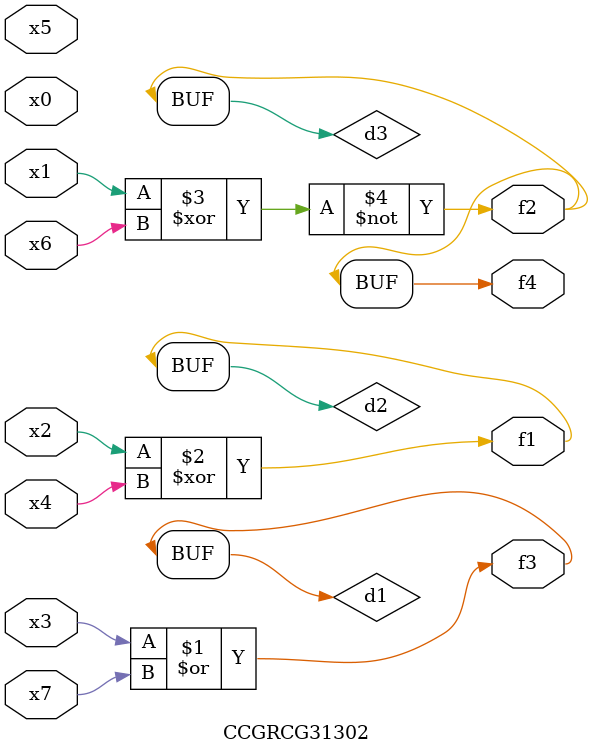
<source format=v>
module CCGRCG31302(
	input x0, x1, x2, x3, x4, x5, x6, x7,
	output f1, f2, f3, f4
);

	wire d1, d2, d3;

	or (d1, x3, x7);
	xor (d2, x2, x4);
	xnor (d3, x1, x6);
	assign f1 = d2;
	assign f2 = d3;
	assign f3 = d1;
	assign f4 = d3;
endmodule

</source>
